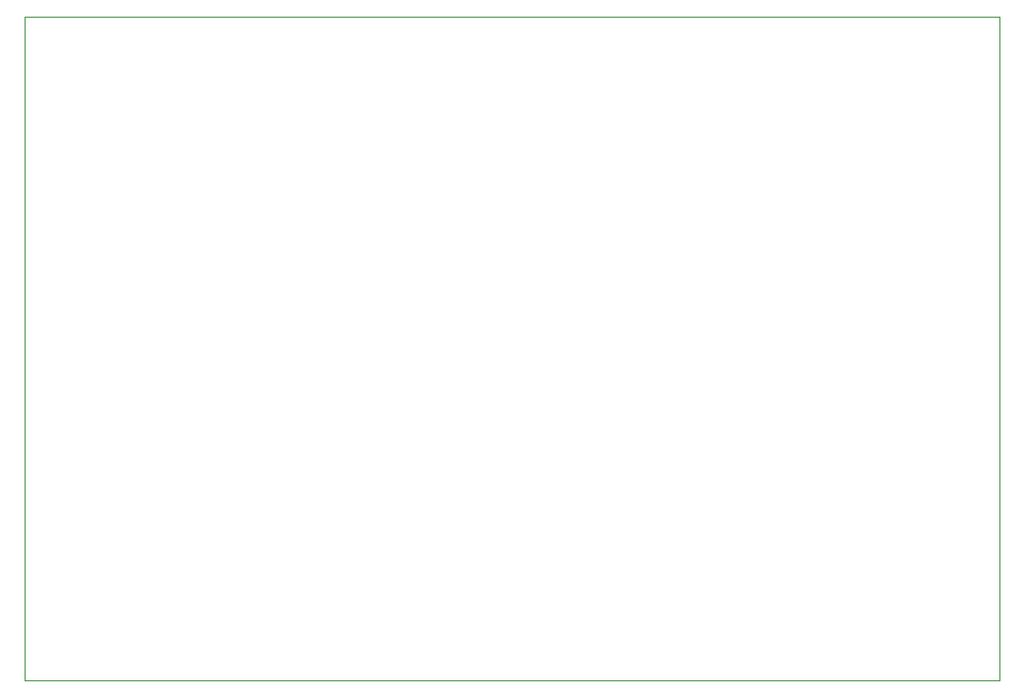
<source format=gbr>
%TF.GenerationSoftware,KiCad,Pcbnew,8.0.7*%
%TF.CreationDate,2025-01-01T06:24:58-05:00*%
%TF.ProjectId,kicad_macropad,6b696361-645f-46d6-9163-726f7061642e,rev?*%
%TF.SameCoordinates,Original*%
%TF.FileFunction,Profile,NP*%
%FSLAX46Y46*%
G04 Gerber Fmt 4.6, Leading zero omitted, Abs format (unit mm)*
G04 Created by KiCad (PCBNEW 8.0.7) date 2025-01-01 06:24:58*
%MOMM*%
%LPD*%
G01*
G04 APERTURE LIST*
%TA.AperFunction,Profile*%
%ADD10C,0.050000*%
%TD*%
G04 APERTURE END LIST*
D10*
X75350000Y-89065000D02*
X159350000Y-89065000D01*
X159350000Y-146315000D01*
X75350000Y-146315000D01*
X75350000Y-89065000D01*
M02*

</source>
